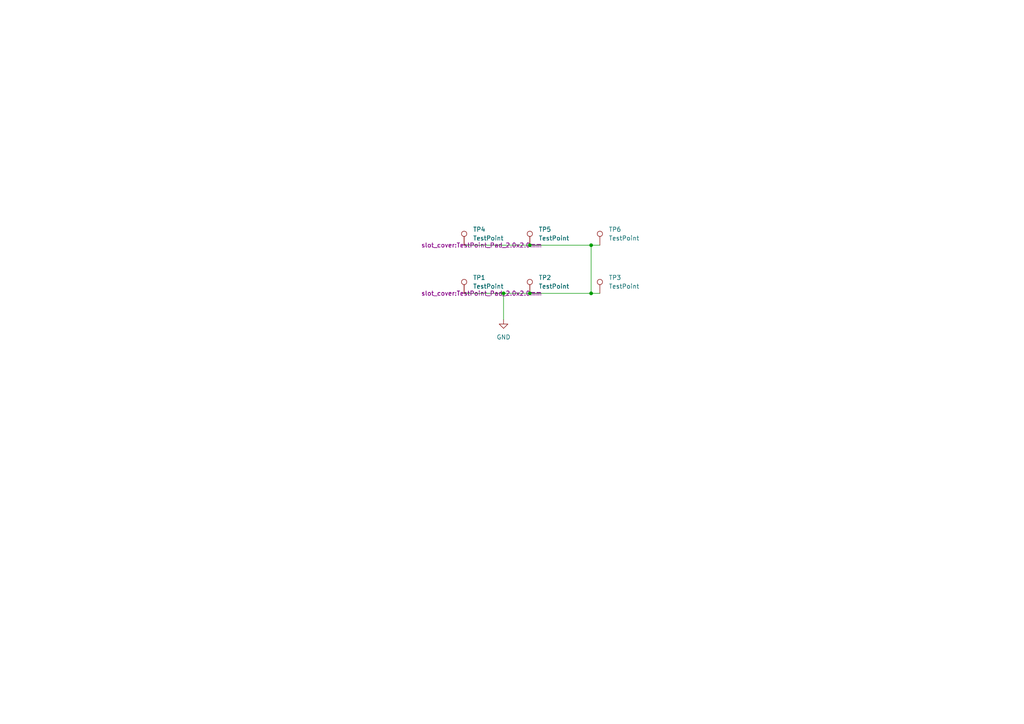
<source format=kicad_sch>
(kicad_sch (version 20211123) (generator eeschema)

  (uuid f59a6605-3e0c-4cea-b1da-31d4f26777e4)

  (paper "A4")

  (lib_symbols
    (symbol "Connector:TestPoint" (pin_numbers hide) (pin_names (offset 0.762) hide) (in_bom yes) (on_board yes)
      (property "Reference" "TP" (id 0) (at 0 6.858 0)
        (effects (font (size 1.27 1.27)))
      )
      (property "Value" "TestPoint" (id 1) (at 0 5.08 0)
        (effects (font (size 1.27 1.27)))
      )
      (property "Footprint" "" (id 2) (at 5.08 0 0)
        (effects (font (size 1.27 1.27)) hide)
      )
      (property "Datasheet" "~" (id 3) (at 5.08 0 0)
        (effects (font (size 1.27 1.27)) hide)
      )
      (property "ki_keywords" "test point tp" (id 4) (at 0 0 0)
        (effects (font (size 1.27 1.27)) hide)
      )
      (property "ki_description" "test point" (id 5) (at 0 0 0)
        (effects (font (size 1.27 1.27)) hide)
      )
      (property "ki_fp_filters" "Pin* Test*" (id 6) (at 0 0 0)
        (effects (font (size 1.27 1.27)) hide)
      )
      (symbol "TestPoint_0_1"
        (circle (center 0 3.302) (radius 0.762)
          (stroke (width 0) (type default) (color 0 0 0 0))
          (fill (type none))
        )
      )
      (symbol "TestPoint_1_1"
        (pin passive line (at 0 0 90) (length 2.54)
          (name "1" (effects (font (size 1.27 1.27))))
          (number "1" (effects (font (size 1.27 1.27))))
        )
      )
    )
    (symbol "power:GND" (power) (pin_names (offset 0)) (in_bom yes) (on_board yes)
      (property "Reference" "#PWR" (id 0) (at 0 -6.35 0)
        (effects (font (size 1.27 1.27)) hide)
      )
      (property "Value" "GND" (id 1) (at 0 -3.81 0)
        (effects (font (size 1.27 1.27)))
      )
      (property "Footprint" "" (id 2) (at 0 0 0)
        (effects (font (size 1.27 1.27)) hide)
      )
      (property "Datasheet" "" (id 3) (at 0 0 0)
        (effects (font (size 1.27 1.27)) hide)
      )
      (property "ki_keywords" "power-flag" (id 4) (at 0 0 0)
        (effects (font (size 1.27 1.27)) hide)
      )
      (property "ki_description" "Power symbol creates a global label with name \"GND\" , ground" (id 5) (at 0 0 0)
        (effects (font (size 1.27 1.27)) hide)
      )
      (symbol "GND_0_1"
        (polyline
          (pts
            (xy 0 0)
            (xy 0 -1.27)
            (xy 1.27 -1.27)
            (xy 0 -2.54)
            (xy -1.27 -1.27)
            (xy 0 -1.27)
          )
          (stroke (width 0) (type default) (color 0 0 0 0))
          (fill (type none))
        )
      )
      (symbol "GND_1_1"
        (pin power_in line (at 0 0 270) (length 0) hide
          (name "GND" (effects (font (size 1.27 1.27))))
          (number "1" (effects (font (size 1.27 1.27))))
        )
      )
    )
  )

  (junction (at 171.45 85.09) (diameter 0) (color 0 0 0 0)
    (uuid 0948688c-9818-4607-8f87-314e176e2df4)
  )
  (junction (at 153.67 85.09) (diameter 0) (color 0 0 0 0)
    (uuid 40f1df53-4b62-468e-81ff-67277d7774cc)
  )
  (junction (at 146.05 85.09) (diameter 0) (color 0 0 0 0)
    (uuid 5d3e41f0-c813-48fd-8140-759ccad8982c)
  )
  (junction (at 153.67 71.12) (diameter 0) (color 0 0 0 0)
    (uuid 84a44500-af6e-4156-b072-c18374449147)
  )
  (junction (at 171.45 71.12) (diameter 0) (color 0 0 0 0)
    (uuid b2fd6f33-d183-4f45-9396-178eb044a6c4)
  )

  (wire (pts (xy 146.05 85.09) (xy 146.05 92.71))
    (stroke (width 0) (type default) (color 0 0 0 0))
    (uuid 07d0c353-629e-458e-a930-ba961960aee0)
  )
  (wire (pts (xy 153.67 71.12) (xy 171.45 71.12))
    (stroke (width 0) (type default) (color 0 0 0 0))
    (uuid 1711457b-315e-43f9-aaf6-058b5a38926f)
  )
  (wire (pts (xy 171.45 85.09) (xy 173.99 85.09))
    (stroke (width 0) (type default) (color 0 0 0 0))
    (uuid 25a1af00-43cd-4854-adb5-46f18b935ef2)
  )
  (wire (pts (xy 171.45 71.12) (xy 173.99 71.12))
    (stroke (width 0) (type default) (color 0 0 0 0))
    (uuid 898b5ad6-bb5d-4b00-bf87-a8c958be0297)
  )
  (wire (pts (xy 146.05 85.09) (xy 153.67 85.09))
    (stroke (width 0) (type default) (color 0 0 0 0))
    (uuid 98c39677-6898-4755-957a-4f3b18a2cda9)
  )
  (wire (pts (xy 171.45 71.12) (xy 171.45 85.09))
    (stroke (width 0) (type default) (color 0 0 0 0))
    (uuid be30e940-16c9-4784-96f9-879c4f573a4f)
  )
  (wire (pts (xy 134.62 71.12) (xy 153.67 71.12))
    (stroke (width 0) (type default) (color 0 0 0 0))
    (uuid db80d86c-ed10-454f-94cf-990c0ac65655)
  )
  (wire (pts (xy 153.67 85.09) (xy 171.45 85.09))
    (stroke (width 0) (type default) (color 0 0 0 0))
    (uuid e9066cf3-ecec-4753-a832-739975546ddf)
  )
  (wire (pts (xy 134.62 85.09) (xy 146.05 85.09))
    (stroke (width 0) (type default) (color 0 0 0 0))
    (uuid f3c1485a-20c5-474f-a72d-0aa5542468e9)
  )

  (symbol (lib_id "Connector:TestPoint") (at 153.67 71.12 0) (unit 1)
    (in_bom yes) (on_board yes) (fields_autoplaced)
    (uuid 0d222468-c185-491a-9a6c-1d899a36c33c)
    (property "Reference" "TP5" (id 0) (at 156.21 66.5479 0)
      (effects (font (size 1.27 1.27)) (justify left))
    )
    (property "Value" "TestPoint" (id 1) (at 156.21 69.0879 0)
      (effects (font (size 1.27 1.27)) (justify left))
    )
    (property "Footprint" "slot_cover:TestPoint_Pad_2.0x2.0mm" (id 2) (at 158.75 71.12 0)
      (effects (font (size 1.27 1.27)) hide)
    )
    (property "Datasheet" "~" (id 3) (at 158.75 71.12 0)
      (effects (font (size 1.27 1.27)) hide)
    )
    (pin "1" (uuid 4d688b13-443f-4a53-90f2-0b89c689ade9))
  )

  (symbol (lib_id "Connector:TestPoint") (at 134.62 71.12 0) (unit 1)
    (in_bom yes) (on_board yes) (fields_autoplaced)
    (uuid 465f56d5-0ab6-4a21-b54a-aeec15d77a3f)
    (property "Reference" "TP4" (id 0) (at 137.16 66.5479 0)
      (effects (font (size 1.27 1.27)) (justify left))
    )
    (property "Value" "TestPoint" (id 1) (at 137.16 69.0879 0)
      (effects (font (size 1.27 1.27)) (justify left))
    )
    (property "Footprint" "slot_cover:TestPoint_Pad_2.0x2.0mm" (id 2) (at 139.7 71.12 0))
    (property "Datasheet" "~" (id 3) (at 139.7 71.12 0)
      (effects (font (size 1.27 1.27)) hide)
    )
    (pin "1" (uuid f800ce89-5669-4f6e-80f6-62635176f80e))
  )

  (symbol (lib_id "Connector:TestPoint") (at 134.62 85.09 0) (unit 1)
    (in_bom yes) (on_board yes) (fields_autoplaced)
    (uuid 78d29c95-0f7c-4432-91a5-13b5f63c45f1)
    (property "Reference" "TP1" (id 0) (at 137.16 80.5179 0)
      (effects (font (size 1.27 1.27)) (justify left))
    )
    (property "Value" "TestPoint" (id 1) (at 137.16 83.0579 0)
      (effects (font (size 1.27 1.27)) (justify left))
    )
    (property "Footprint" "slot_cover:TestPoint_Pad_2.0x2.0mm" (id 2) (at 139.7 85.09 0))
    (property "Datasheet" "~" (id 3) (at 139.7 85.09 0)
      (effects (font (size 1.27 1.27)) hide)
    )
    (pin "1" (uuid 943af8bb-2765-495d-bb3d-d1c812d42e01))
  )

  (symbol (lib_id "power:GND") (at 146.05 92.71 0) (unit 1)
    (in_bom yes) (on_board yes) (fields_autoplaced)
    (uuid 84a1fb84-d409-4b65-a853-de7b36299b73)
    (property "Reference" "#PWR0101" (id 0) (at 146.05 99.06 0)
      (effects (font (size 1.27 1.27)) hide)
    )
    (property "Value" "GND" (id 1) (at 146.05 97.79 0))
    (property "Footprint" "" (id 2) (at 146.05 92.71 0)
      (effects (font (size 1.27 1.27)) hide)
    )
    (property "Datasheet" "" (id 3) (at 146.05 92.71 0)
      (effects (font (size 1.27 1.27)) hide)
    )
    (pin "1" (uuid 9197f557-1ac1-4b84-9470-ecc78aab9406))
  )

  (symbol (lib_id "Connector:TestPoint") (at 153.67 85.09 0) (unit 1)
    (in_bom yes) (on_board yes) (fields_autoplaced)
    (uuid b2957101-5e00-4a86-aa94-aad2b02382a0)
    (property "Reference" "TP2" (id 0) (at 156.21 80.5179 0)
      (effects (font (size 1.27 1.27)) (justify left))
    )
    (property "Value" "TestPoint" (id 1) (at 156.21 83.0579 0)
      (effects (font (size 1.27 1.27)) (justify left))
    )
    (property "Footprint" "slot_cover:TestPoint_Pad_2.0x2.0mm" (id 2) (at 158.75 85.09 0)
      (effects (font (size 1.27 1.27)) hide)
    )
    (property "Datasheet" "~" (id 3) (at 158.75 85.09 0)
      (effects (font (size 1.27 1.27)) hide)
    )
    (pin "1" (uuid 4bf649d5-184e-4804-a25c-f5136e5a4b50))
  )

  (symbol (lib_id "Connector:TestPoint") (at 173.99 85.09 0) (unit 1)
    (in_bom yes) (on_board yes) (fields_autoplaced)
    (uuid c3fd4bac-b77c-49f9-8025-e6df974a42a0)
    (property "Reference" "TP3" (id 0) (at 176.53 80.5179 0)
      (effects (font (size 1.27 1.27)) (justify left))
    )
    (property "Value" "TestPoint" (id 1) (at 176.53 83.0579 0)
      (effects (font (size 1.27 1.27)) (justify left))
    )
    (property "Footprint" "slot_cover:TestPoint_Pad_2.0x2.0mm" (id 2) (at 179.07 85.09 0)
      (effects (font (size 1.27 1.27)) hide)
    )
    (property "Datasheet" "~" (id 3) (at 179.07 85.09 0)
      (effects (font (size 1.27 1.27)) hide)
    )
    (pin "1" (uuid c744edf7-fe5b-43cd-b5b9-0393ad6a1dfc))
  )

  (symbol (lib_id "Connector:TestPoint") (at 173.99 71.12 0) (unit 1)
    (in_bom yes) (on_board yes) (fields_autoplaced)
    (uuid ea9fe416-2c6d-432c-84de-16504e883099)
    (property "Reference" "TP6" (id 0) (at 176.53 66.5479 0)
      (effects (font (size 1.27 1.27)) (justify left))
    )
    (property "Value" "TestPoint" (id 1) (at 176.53 69.0879 0)
      (effects (font (size 1.27 1.27)) (justify left))
    )
    (property "Footprint" "slot_cover:TestPoint_Pad_2.0x2.0mm" (id 2) (at 179.07 71.12 0)
      (effects (font (size 1.27 1.27)) hide)
    )
    (property "Datasheet" "~" (id 3) (at 179.07 71.12 0)
      (effects (font (size 1.27 1.27)) hide)
    )
    (pin "1" (uuid d6738f63-298c-45bb-b5ab-60dc7921f816))
  )

  (sheet_instances
    (path "/" (page "1"))
  )

  (symbol_instances
    (path "/84a1fb84-d409-4b65-a853-de7b36299b73"
      (reference "#PWR0101") (unit 1) (value "GND") (footprint "")
    )
    (path "/78d29c95-0f7c-4432-91a5-13b5f63c45f1"
      (reference "TP1") (unit 1) (value "TestPoint") (footprint "slot_cover:TestPoint_Pad_2.0x2.0mm")
    )
    (path "/b2957101-5e00-4a86-aa94-aad2b02382a0"
      (reference "TP2") (unit 1) (value "TestPoint") (footprint "slot_cover:TestPoint_Pad_2.0x2.0mm")
    )
    (path "/c3fd4bac-b77c-49f9-8025-e6df974a42a0"
      (reference "TP3") (unit 1) (value "TestPoint") (footprint "slot_cover:TestPoint_Pad_2.0x2.0mm")
    )
    (path "/465f56d5-0ab6-4a21-b54a-aeec15d77a3f"
      (reference "TP4") (unit 1) (value "TestPoint") (footprint "slot_cover:TestPoint_Pad_2.0x2.0mm")
    )
    (path "/0d222468-c185-491a-9a6c-1d899a36c33c"
      (reference "TP5") (unit 1) (value "TestPoint") (footprint "slot_cover:TestPoint_Pad_2.0x2.0mm")
    )
    (path "/ea9fe416-2c6d-432c-84de-16504e883099"
      (reference "TP6") (unit 1) (value "TestPoint") (footprint "slot_cover:TestPoint_Pad_2.0x2.0mm")
    )
  )
)

</source>
